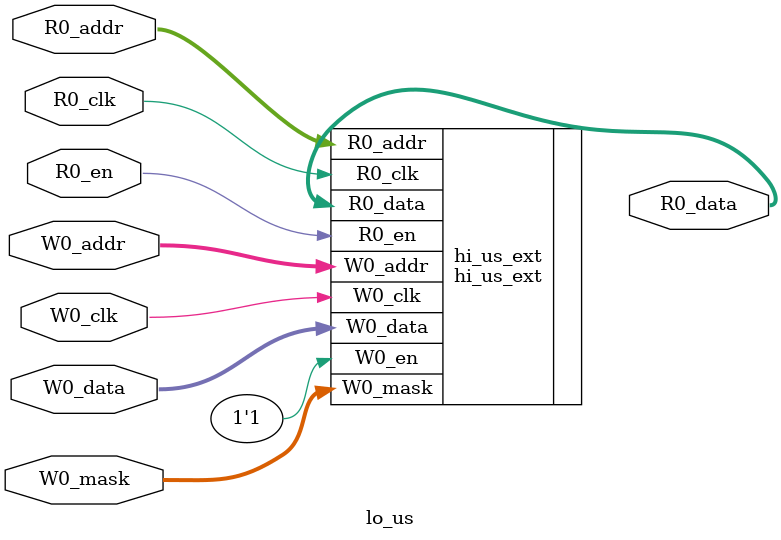
<source format=sv>
`ifndef RANDOMIZE
  `ifdef RANDOMIZE_REG_INIT
    `define RANDOMIZE
  `endif // RANDOMIZE_REG_INIT
`endif // not def RANDOMIZE
`ifndef RANDOMIZE
  `ifdef RANDOMIZE_MEM_INIT
    `define RANDOMIZE
  `endif // RANDOMIZE_MEM_INIT
`endif // not def RANDOMIZE

`ifndef RANDOM
  `define RANDOM $random
`endif // not def RANDOM

// Users can define 'PRINTF_COND' to add an extra gate to prints.
`ifndef PRINTF_COND_
  `ifdef PRINTF_COND
    `define PRINTF_COND_ (`PRINTF_COND)
  `else  // PRINTF_COND
    `define PRINTF_COND_ 1
  `endif // PRINTF_COND
`endif // not def PRINTF_COND_

// Users can define 'ASSERT_VERBOSE_COND' to add an extra gate to assert error printing.
`ifndef ASSERT_VERBOSE_COND_
  `ifdef ASSERT_VERBOSE_COND
    `define ASSERT_VERBOSE_COND_ (`ASSERT_VERBOSE_COND)
  `else  // ASSERT_VERBOSE_COND
    `define ASSERT_VERBOSE_COND_ 1
  `endif // ASSERT_VERBOSE_COND
`endif // not def ASSERT_VERBOSE_COND_

// Users can define 'STOP_COND' to add an extra gate to stop conditions.
`ifndef STOP_COND_
  `ifdef STOP_COND
    `define STOP_COND_ (`STOP_COND)
  `else  // STOP_COND
    `define STOP_COND_ 1
  `endif // STOP_COND
`endif // not def STOP_COND_

// Users can define INIT_RANDOM as general code that gets injected into the
// initializer block for modules with registers.
`ifndef INIT_RANDOM
  `define INIT_RANDOM
`endif // not def INIT_RANDOM

// If using random initialization, you can also define RANDOMIZE_DELAY to
// customize the delay used, otherwise 0.002 is used.
`ifndef RANDOMIZE_DELAY
  `define RANDOMIZE_DELAY 0.002
`endif // not def RANDOMIZE_DELAY

// Define INIT_RANDOM_PROLOG_ for use in our modules below.
`ifndef INIT_RANDOM_PROLOG_
  `ifdef RANDOMIZE
    `ifdef VERILATOR
      `define INIT_RANDOM_PROLOG_ `INIT_RANDOM
    `else  // VERILATOR
      `define INIT_RANDOM_PROLOG_ `INIT_RANDOM #`RANDOMIZE_DELAY begin end
    `endif // VERILATOR
  `else  // RANDOMIZE
    `define INIT_RANDOM_PROLOG_
  `endif // RANDOMIZE
`endif // not def INIT_RANDOM_PROLOG_

module lo_us(	// @[tage.scala:90:27]
  input  [6:0] R0_addr,
  input        R0_en,
               R0_clk,
  input  [6:0] W0_addr,
  input        W0_clk,
  input  [3:0] W0_data,
               W0_mask,
  output [3:0] R0_data
);

  hi_us_ext hi_us_ext (	// @[tage.scala:90:27]
    .R0_addr (R0_addr),
    .R0_en   (R0_en),
    .R0_clk  (R0_clk),
    .W0_addr (W0_addr),
    .W0_en   (1'h1),
    .W0_clk  (W0_clk),
    .W0_data (W0_data),
    .W0_mask (W0_mask),
    .R0_data (R0_data)
  );
endmodule


</source>
